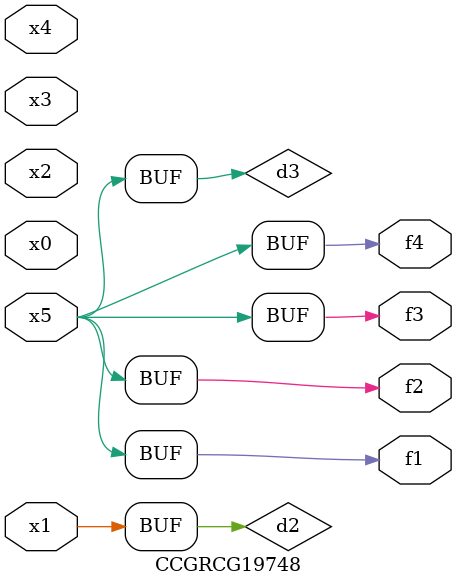
<source format=v>
module CCGRCG19748(
	input x0, x1, x2, x3, x4, x5,
	output f1, f2, f3, f4
);

	wire d1, d2, d3;

	not (d1, x5);
	or (d2, x1);
	xnor (d3, d1);
	assign f1 = d3;
	assign f2 = d3;
	assign f3 = d3;
	assign f4 = d3;
endmodule

</source>
